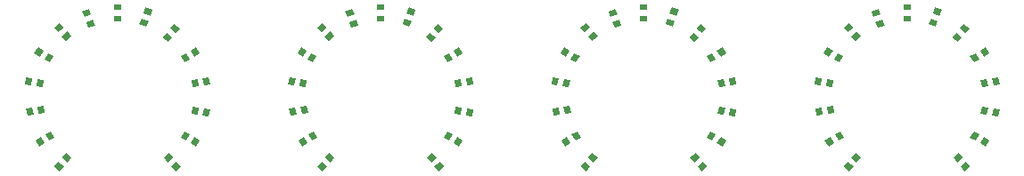
<source format=gtp>
%TF.GenerationSoftware,KiCad,Pcbnew,(5.1.12)-1*%
%TF.CreationDate,2021-11-29T00:24:33+03:00*%
%TF.ProjectId,lepetocontrol,6c657065-746f-4636-9f6e-74726f6c2e6b,rev?*%
%TF.SameCoordinates,Original*%
%TF.FileFunction,Paste,Top*%
%TF.FilePolarity,Positive*%
%FSLAX46Y46*%
G04 Gerber Fmt 4.6, Leading zero omitted, Abs format (unit mm)*
G04 Created by KiCad (PCBNEW (5.1.12)-1) date 2021-11-29 00:24:33*
%MOMM*%
%LPD*%
G01*
G04 APERTURE LIST*
%ADD10C,0.100000*%
%ADD11R,0.700000X0.600000*%
G04 APERTURE END LIST*
D10*
G36*
X267587419Y-37242514D02*
G01*
X267051188Y-37692465D01*
X266665515Y-37232838D01*
X267201746Y-36782887D01*
X267587419Y-37242514D01*
G37*
G36*
X268294485Y-38085162D02*
G01*
X267758254Y-38535113D01*
X267372581Y-38075486D01*
X267908812Y-37625535D01*
X268294485Y-38085162D01*
G37*
G36*
X269138494Y-35030891D02*
G01*
X268788494Y-35637109D01*
X268268878Y-35337109D01*
X268618878Y-34730891D01*
X269138494Y-35030891D01*
G37*
G36*
X270091122Y-35580891D02*
G01*
X269741122Y-36187109D01*
X269221506Y-35887109D01*
X269571506Y-35280891D01*
X270091122Y-35580891D01*
G37*
G36*
X269994575Y-32470906D02*
G01*
X269873021Y-33160271D01*
X269282137Y-33056082D01*
X269403691Y-32366717D01*
X269994575Y-32470906D01*
G37*
G36*
X271077863Y-32661918D02*
G01*
X270956309Y-33351283D01*
X270365425Y-33247094D01*
X270486979Y-32557729D01*
X271077863Y-32661918D01*
G37*
G36*
X269873021Y-29757729D02*
G01*
X269994575Y-30447094D01*
X269403691Y-30551283D01*
X269282137Y-29861918D01*
X269873021Y-29757729D01*
G37*
G36*
X270956309Y-29566717D02*
G01*
X271077863Y-30256082D01*
X270486979Y-30360271D01*
X270365425Y-29670906D01*
X270956309Y-29566717D01*
G37*
G36*
X268788494Y-27280891D02*
G01*
X269138494Y-27887109D01*
X268618878Y-28187109D01*
X268268878Y-27580891D01*
X268788494Y-27280891D01*
G37*
G36*
X269741122Y-26730891D02*
G01*
X270091122Y-27337109D01*
X269571506Y-27637109D01*
X269221506Y-27030891D01*
X269741122Y-26730891D01*
G37*
G36*
X266951188Y-25325535D02*
G01*
X267487419Y-25775486D01*
X267101746Y-26235113D01*
X266565515Y-25785162D01*
X266951188Y-25325535D01*
G37*
G36*
X267658254Y-24482887D02*
G01*
X268194485Y-24932838D01*
X267808812Y-25392465D01*
X267272581Y-24942514D01*
X267658254Y-24482887D01*
G37*
G36*
X264565603Y-23974216D02*
G01*
X265223387Y-24213630D01*
X265018175Y-24777446D01*
X264360391Y-24538032D01*
X264565603Y-23974216D01*
G37*
G36*
X264941825Y-22940554D02*
G01*
X265599609Y-23179968D01*
X265394397Y-23743784D01*
X264736613Y-23504370D01*
X264941825Y-22940554D01*
G37*
D11*
X262280000Y-24009000D03*
X262280000Y-22909000D03*
D10*
G36*
X259286613Y-24313630D02*
G01*
X259944397Y-24074216D01*
X260149609Y-24638032D01*
X259491825Y-24877446D01*
X259286613Y-24313630D01*
G37*
G36*
X258910391Y-23279968D02*
G01*
X259568175Y-23040554D01*
X259773387Y-23604370D01*
X259115603Y-23843784D01*
X258910391Y-23279968D01*
G37*
G36*
X256972581Y-25675486D02*
G01*
X257508812Y-25225535D01*
X257894485Y-25685162D01*
X257358254Y-26135113D01*
X256972581Y-25675486D01*
G37*
G36*
X256265515Y-24832838D02*
G01*
X256801746Y-24382887D01*
X257187419Y-24842514D01*
X256651188Y-25292465D01*
X256265515Y-24832838D01*
G37*
G36*
X255321506Y-27887109D02*
G01*
X255671506Y-27280891D01*
X256191122Y-27580891D01*
X255841122Y-28187109D01*
X255321506Y-27887109D01*
G37*
G36*
X254368878Y-27337109D02*
G01*
X254718878Y-26730891D01*
X255238494Y-27030891D01*
X254888494Y-27637109D01*
X254368878Y-27337109D01*
G37*
G36*
X254565425Y-30447094D02*
G01*
X254686979Y-29757729D01*
X255277863Y-29861918D01*
X255156309Y-30551283D01*
X254565425Y-30447094D01*
G37*
G36*
X253482137Y-30256082D02*
G01*
X253603691Y-29566717D01*
X254194575Y-29670906D01*
X254073021Y-30360271D01*
X253482137Y-30256082D01*
G37*
G36*
X254786979Y-33060271D02*
G01*
X254665425Y-32370906D01*
X255256309Y-32266717D01*
X255377863Y-32956082D01*
X254786979Y-33060271D01*
G37*
G36*
X253703691Y-33251283D02*
G01*
X253582137Y-32561918D01*
X254173021Y-32457729D01*
X254294575Y-33147094D01*
X253703691Y-33251283D01*
G37*
G36*
X255771506Y-35637109D02*
G01*
X255421506Y-35030891D01*
X255941122Y-34730891D01*
X256291122Y-35337109D01*
X255771506Y-35637109D01*
G37*
G36*
X254818878Y-36187109D02*
G01*
X254468878Y-35580891D01*
X254988494Y-35280891D01*
X255338494Y-35887109D01*
X254818878Y-36187109D01*
G37*
G36*
X257508812Y-37692465D02*
G01*
X256972581Y-37242514D01*
X257358254Y-36782887D01*
X257894485Y-37232838D01*
X257508812Y-37692465D01*
G37*
G36*
X256801746Y-38535113D02*
G01*
X256265515Y-38085162D01*
X256651188Y-37625535D01*
X257187419Y-38075486D01*
X256801746Y-38535113D01*
G37*
G36*
X242587419Y-37242514D02*
G01*
X242051188Y-37692465D01*
X241665515Y-37232838D01*
X242201746Y-36782887D01*
X242587419Y-37242514D01*
G37*
G36*
X243294485Y-38085162D02*
G01*
X242758254Y-38535113D01*
X242372581Y-38075486D01*
X242908812Y-37625535D01*
X243294485Y-38085162D01*
G37*
G36*
X244138494Y-35030891D02*
G01*
X243788494Y-35637109D01*
X243268878Y-35337109D01*
X243618878Y-34730891D01*
X244138494Y-35030891D01*
G37*
G36*
X245091122Y-35580891D02*
G01*
X244741122Y-36187109D01*
X244221506Y-35887109D01*
X244571506Y-35280891D01*
X245091122Y-35580891D01*
G37*
G36*
X244994575Y-32470906D02*
G01*
X244873021Y-33160271D01*
X244282137Y-33056082D01*
X244403691Y-32366717D01*
X244994575Y-32470906D01*
G37*
G36*
X246077863Y-32661918D02*
G01*
X245956309Y-33351283D01*
X245365425Y-33247094D01*
X245486979Y-32557729D01*
X246077863Y-32661918D01*
G37*
G36*
X244873021Y-29757729D02*
G01*
X244994575Y-30447094D01*
X244403691Y-30551283D01*
X244282137Y-29861918D01*
X244873021Y-29757729D01*
G37*
G36*
X245956309Y-29566717D02*
G01*
X246077863Y-30256082D01*
X245486979Y-30360271D01*
X245365425Y-29670906D01*
X245956309Y-29566717D01*
G37*
G36*
X243788494Y-27280891D02*
G01*
X244138494Y-27887109D01*
X243618878Y-28187109D01*
X243268878Y-27580891D01*
X243788494Y-27280891D01*
G37*
G36*
X244741122Y-26730891D02*
G01*
X245091122Y-27337109D01*
X244571506Y-27637109D01*
X244221506Y-27030891D01*
X244741122Y-26730891D01*
G37*
G36*
X241951188Y-25325535D02*
G01*
X242487419Y-25775486D01*
X242101746Y-26235113D01*
X241565515Y-25785162D01*
X241951188Y-25325535D01*
G37*
G36*
X242658254Y-24482887D02*
G01*
X243194485Y-24932838D01*
X242808812Y-25392465D01*
X242272581Y-24942514D01*
X242658254Y-24482887D01*
G37*
G36*
X239565603Y-23974216D02*
G01*
X240223387Y-24213630D01*
X240018175Y-24777446D01*
X239360391Y-24538032D01*
X239565603Y-23974216D01*
G37*
G36*
X239941825Y-22940554D02*
G01*
X240599609Y-23179968D01*
X240394397Y-23743784D01*
X239736613Y-23504370D01*
X239941825Y-22940554D01*
G37*
D11*
X237280000Y-24009000D03*
X237280000Y-22909000D03*
D10*
G36*
X234286613Y-24313630D02*
G01*
X234944397Y-24074216D01*
X235149609Y-24638032D01*
X234491825Y-24877446D01*
X234286613Y-24313630D01*
G37*
G36*
X233910391Y-23279968D02*
G01*
X234568175Y-23040554D01*
X234773387Y-23604370D01*
X234115603Y-23843784D01*
X233910391Y-23279968D01*
G37*
G36*
X231972581Y-25675486D02*
G01*
X232508812Y-25225535D01*
X232894485Y-25685162D01*
X232358254Y-26135113D01*
X231972581Y-25675486D01*
G37*
G36*
X231265515Y-24832838D02*
G01*
X231801746Y-24382887D01*
X232187419Y-24842514D01*
X231651188Y-25292465D01*
X231265515Y-24832838D01*
G37*
G36*
X230321506Y-27887109D02*
G01*
X230671506Y-27280891D01*
X231191122Y-27580891D01*
X230841122Y-28187109D01*
X230321506Y-27887109D01*
G37*
G36*
X229368878Y-27337109D02*
G01*
X229718878Y-26730891D01*
X230238494Y-27030891D01*
X229888494Y-27637109D01*
X229368878Y-27337109D01*
G37*
G36*
X229565425Y-30447094D02*
G01*
X229686979Y-29757729D01*
X230277863Y-29861918D01*
X230156309Y-30551283D01*
X229565425Y-30447094D01*
G37*
G36*
X228482137Y-30256082D02*
G01*
X228603691Y-29566717D01*
X229194575Y-29670906D01*
X229073021Y-30360271D01*
X228482137Y-30256082D01*
G37*
G36*
X229786979Y-33060271D02*
G01*
X229665425Y-32370906D01*
X230256309Y-32266717D01*
X230377863Y-32956082D01*
X229786979Y-33060271D01*
G37*
G36*
X228703691Y-33251283D02*
G01*
X228582137Y-32561918D01*
X229173021Y-32457729D01*
X229294575Y-33147094D01*
X228703691Y-33251283D01*
G37*
G36*
X230771506Y-35637109D02*
G01*
X230421506Y-35030891D01*
X230941122Y-34730891D01*
X231291122Y-35337109D01*
X230771506Y-35637109D01*
G37*
G36*
X229818878Y-36187109D02*
G01*
X229468878Y-35580891D01*
X229988494Y-35280891D01*
X230338494Y-35887109D01*
X229818878Y-36187109D01*
G37*
G36*
X232508812Y-37692465D02*
G01*
X231972581Y-37242514D01*
X232358254Y-36782887D01*
X232894485Y-37232838D01*
X232508812Y-37692465D01*
G37*
G36*
X231801746Y-38535113D02*
G01*
X231265515Y-38085162D01*
X231651188Y-37625535D01*
X232187419Y-38075486D01*
X231801746Y-38535113D01*
G37*
G36*
X217587419Y-37242514D02*
G01*
X217051188Y-37692465D01*
X216665515Y-37232838D01*
X217201746Y-36782887D01*
X217587419Y-37242514D01*
G37*
G36*
X218294485Y-38085162D02*
G01*
X217758254Y-38535113D01*
X217372581Y-38075486D01*
X217908812Y-37625535D01*
X218294485Y-38085162D01*
G37*
G36*
X219138494Y-35030891D02*
G01*
X218788494Y-35637109D01*
X218268878Y-35337109D01*
X218618878Y-34730891D01*
X219138494Y-35030891D01*
G37*
G36*
X220091122Y-35580891D02*
G01*
X219741122Y-36187109D01*
X219221506Y-35887109D01*
X219571506Y-35280891D01*
X220091122Y-35580891D01*
G37*
G36*
X219994575Y-32470906D02*
G01*
X219873021Y-33160271D01*
X219282137Y-33056082D01*
X219403691Y-32366717D01*
X219994575Y-32470906D01*
G37*
G36*
X221077863Y-32661918D02*
G01*
X220956309Y-33351283D01*
X220365425Y-33247094D01*
X220486979Y-32557729D01*
X221077863Y-32661918D01*
G37*
G36*
X219873021Y-29757729D02*
G01*
X219994575Y-30447094D01*
X219403691Y-30551283D01*
X219282137Y-29861918D01*
X219873021Y-29757729D01*
G37*
G36*
X220956309Y-29566717D02*
G01*
X221077863Y-30256082D01*
X220486979Y-30360271D01*
X220365425Y-29670906D01*
X220956309Y-29566717D01*
G37*
G36*
X218788494Y-27280891D02*
G01*
X219138494Y-27887109D01*
X218618878Y-28187109D01*
X218268878Y-27580891D01*
X218788494Y-27280891D01*
G37*
G36*
X219741122Y-26730891D02*
G01*
X220091122Y-27337109D01*
X219571506Y-27637109D01*
X219221506Y-27030891D01*
X219741122Y-26730891D01*
G37*
G36*
X216951188Y-25325535D02*
G01*
X217487419Y-25775486D01*
X217101746Y-26235113D01*
X216565515Y-25785162D01*
X216951188Y-25325535D01*
G37*
G36*
X217658254Y-24482887D02*
G01*
X218194485Y-24932838D01*
X217808812Y-25392465D01*
X217272581Y-24942514D01*
X217658254Y-24482887D01*
G37*
G36*
X214565603Y-23974216D02*
G01*
X215223387Y-24213630D01*
X215018175Y-24777446D01*
X214360391Y-24538032D01*
X214565603Y-23974216D01*
G37*
G36*
X214941825Y-22940554D02*
G01*
X215599609Y-23179968D01*
X215394397Y-23743784D01*
X214736613Y-23504370D01*
X214941825Y-22940554D01*
G37*
D11*
X212280000Y-24009000D03*
X212280000Y-22909000D03*
D10*
G36*
X209286613Y-24313630D02*
G01*
X209944397Y-24074216D01*
X210149609Y-24638032D01*
X209491825Y-24877446D01*
X209286613Y-24313630D01*
G37*
G36*
X208910391Y-23279968D02*
G01*
X209568175Y-23040554D01*
X209773387Y-23604370D01*
X209115603Y-23843784D01*
X208910391Y-23279968D01*
G37*
G36*
X206972581Y-25675486D02*
G01*
X207508812Y-25225535D01*
X207894485Y-25685162D01*
X207358254Y-26135113D01*
X206972581Y-25675486D01*
G37*
G36*
X206265515Y-24832838D02*
G01*
X206801746Y-24382887D01*
X207187419Y-24842514D01*
X206651188Y-25292465D01*
X206265515Y-24832838D01*
G37*
G36*
X205321506Y-27887109D02*
G01*
X205671506Y-27280891D01*
X206191122Y-27580891D01*
X205841122Y-28187109D01*
X205321506Y-27887109D01*
G37*
G36*
X204368878Y-27337109D02*
G01*
X204718878Y-26730891D01*
X205238494Y-27030891D01*
X204888494Y-27637109D01*
X204368878Y-27337109D01*
G37*
G36*
X204565425Y-30447094D02*
G01*
X204686979Y-29757729D01*
X205277863Y-29861918D01*
X205156309Y-30551283D01*
X204565425Y-30447094D01*
G37*
G36*
X203482137Y-30256082D02*
G01*
X203603691Y-29566717D01*
X204194575Y-29670906D01*
X204073021Y-30360271D01*
X203482137Y-30256082D01*
G37*
G36*
X204786979Y-33060271D02*
G01*
X204665425Y-32370906D01*
X205256309Y-32266717D01*
X205377863Y-32956082D01*
X204786979Y-33060271D01*
G37*
G36*
X203703691Y-33251283D02*
G01*
X203582137Y-32561918D01*
X204173021Y-32457729D01*
X204294575Y-33147094D01*
X203703691Y-33251283D01*
G37*
G36*
X205771506Y-35637109D02*
G01*
X205421506Y-35030891D01*
X205941122Y-34730891D01*
X206291122Y-35337109D01*
X205771506Y-35637109D01*
G37*
G36*
X204818878Y-36187109D02*
G01*
X204468878Y-35580891D01*
X204988494Y-35280891D01*
X205338494Y-35887109D01*
X204818878Y-36187109D01*
G37*
G36*
X207508812Y-37692465D02*
G01*
X206972581Y-37242514D01*
X207358254Y-36782887D01*
X207894485Y-37232838D01*
X207508812Y-37692465D01*
G37*
G36*
X206801746Y-38535113D02*
G01*
X206265515Y-38085162D01*
X206651188Y-37625535D01*
X207187419Y-38075486D01*
X206801746Y-38535113D01*
G37*
G36*
X192587419Y-37242514D02*
G01*
X192051188Y-37692465D01*
X191665515Y-37232838D01*
X192201746Y-36782887D01*
X192587419Y-37242514D01*
G37*
G36*
X193294485Y-38085162D02*
G01*
X192758254Y-38535113D01*
X192372581Y-38075486D01*
X192908812Y-37625535D01*
X193294485Y-38085162D01*
G37*
G36*
X194138494Y-35030891D02*
G01*
X193788494Y-35637109D01*
X193268878Y-35337109D01*
X193618878Y-34730891D01*
X194138494Y-35030891D01*
G37*
G36*
X195091122Y-35580891D02*
G01*
X194741122Y-36187109D01*
X194221506Y-35887109D01*
X194571506Y-35280891D01*
X195091122Y-35580891D01*
G37*
G36*
X194994575Y-32470906D02*
G01*
X194873021Y-33160271D01*
X194282137Y-33056082D01*
X194403691Y-32366717D01*
X194994575Y-32470906D01*
G37*
G36*
X196077863Y-32661918D02*
G01*
X195956309Y-33351283D01*
X195365425Y-33247094D01*
X195486979Y-32557729D01*
X196077863Y-32661918D01*
G37*
G36*
X194873021Y-29757729D02*
G01*
X194994575Y-30447094D01*
X194403691Y-30551283D01*
X194282137Y-29861918D01*
X194873021Y-29757729D01*
G37*
G36*
X195956309Y-29566717D02*
G01*
X196077863Y-30256082D01*
X195486979Y-30360271D01*
X195365425Y-29670906D01*
X195956309Y-29566717D01*
G37*
G36*
X193788494Y-27280891D02*
G01*
X194138494Y-27887109D01*
X193618878Y-28187109D01*
X193268878Y-27580891D01*
X193788494Y-27280891D01*
G37*
G36*
X194741122Y-26730891D02*
G01*
X195091122Y-27337109D01*
X194571506Y-27637109D01*
X194221506Y-27030891D01*
X194741122Y-26730891D01*
G37*
G36*
X191951188Y-25325535D02*
G01*
X192487419Y-25775486D01*
X192101746Y-26235113D01*
X191565515Y-25785162D01*
X191951188Y-25325535D01*
G37*
G36*
X192658254Y-24482887D02*
G01*
X193194485Y-24932838D01*
X192808812Y-25392465D01*
X192272581Y-24942514D01*
X192658254Y-24482887D01*
G37*
G36*
X189565603Y-23974216D02*
G01*
X190223387Y-24213630D01*
X190018175Y-24777446D01*
X189360391Y-24538032D01*
X189565603Y-23974216D01*
G37*
G36*
X189941825Y-22940554D02*
G01*
X190599609Y-23179968D01*
X190394397Y-23743784D01*
X189736613Y-23504370D01*
X189941825Y-22940554D01*
G37*
D11*
X187280000Y-24009000D03*
X187280000Y-22909000D03*
D10*
G36*
X184286613Y-24313630D02*
G01*
X184944397Y-24074216D01*
X185149609Y-24638032D01*
X184491825Y-24877446D01*
X184286613Y-24313630D01*
G37*
G36*
X183910391Y-23279968D02*
G01*
X184568175Y-23040554D01*
X184773387Y-23604370D01*
X184115603Y-23843784D01*
X183910391Y-23279968D01*
G37*
G36*
X181972581Y-25675486D02*
G01*
X182508812Y-25225535D01*
X182894485Y-25685162D01*
X182358254Y-26135113D01*
X181972581Y-25675486D01*
G37*
G36*
X181265515Y-24832838D02*
G01*
X181801746Y-24382887D01*
X182187419Y-24842514D01*
X181651188Y-25292465D01*
X181265515Y-24832838D01*
G37*
G36*
X180321506Y-27887109D02*
G01*
X180671506Y-27280891D01*
X181191122Y-27580891D01*
X180841122Y-28187109D01*
X180321506Y-27887109D01*
G37*
G36*
X179368878Y-27337109D02*
G01*
X179718878Y-26730891D01*
X180238494Y-27030891D01*
X179888494Y-27637109D01*
X179368878Y-27337109D01*
G37*
G36*
X179565425Y-30447094D02*
G01*
X179686979Y-29757729D01*
X180277863Y-29861918D01*
X180156309Y-30551283D01*
X179565425Y-30447094D01*
G37*
G36*
X178482137Y-30256082D02*
G01*
X178603691Y-29566717D01*
X179194575Y-29670906D01*
X179073021Y-30360271D01*
X178482137Y-30256082D01*
G37*
G36*
X179786979Y-33060271D02*
G01*
X179665425Y-32370906D01*
X180256309Y-32266717D01*
X180377863Y-32956082D01*
X179786979Y-33060271D01*
G37*
G36*
X178703691Y-33251283D02*
G01*
X178582137Y-32561918D01*
X179173021Y-32457729D01*
X179294575Y-33147094D01*
X178703691Y-33251283D01*
G37*
G36*
X180771506Y-35637109D02*
G01*
X180421506Y-35030891D01*
X180941122Y-34730891D01*
X181291122Y-35337109D01*
X180771506Y-35637109D01*
G37*
G36*
X179818878Y-36187109D02*
G01*
X179468878Y-35580891D01*
X179988494Y-35280891D01*
X180338494Y-35887109D01*
X179818878Y-36187109D01*
G37*
G36*
X182508812Y-37692465D02*
G01*
X181972581Y-37242514D01*
X182358254Y-36782887D01*
X182894485Y-37232838D01*
X182508812Y-37692465D01*
G37*
G36*
X181801746Y-38535113D02*
G01*
X181265515Y-38085162D01*
X181651188Y-37625535D01*
X182187419Y-38075486D01*
X181801746Y-38535113D01*
G37*
M02*

</source>
